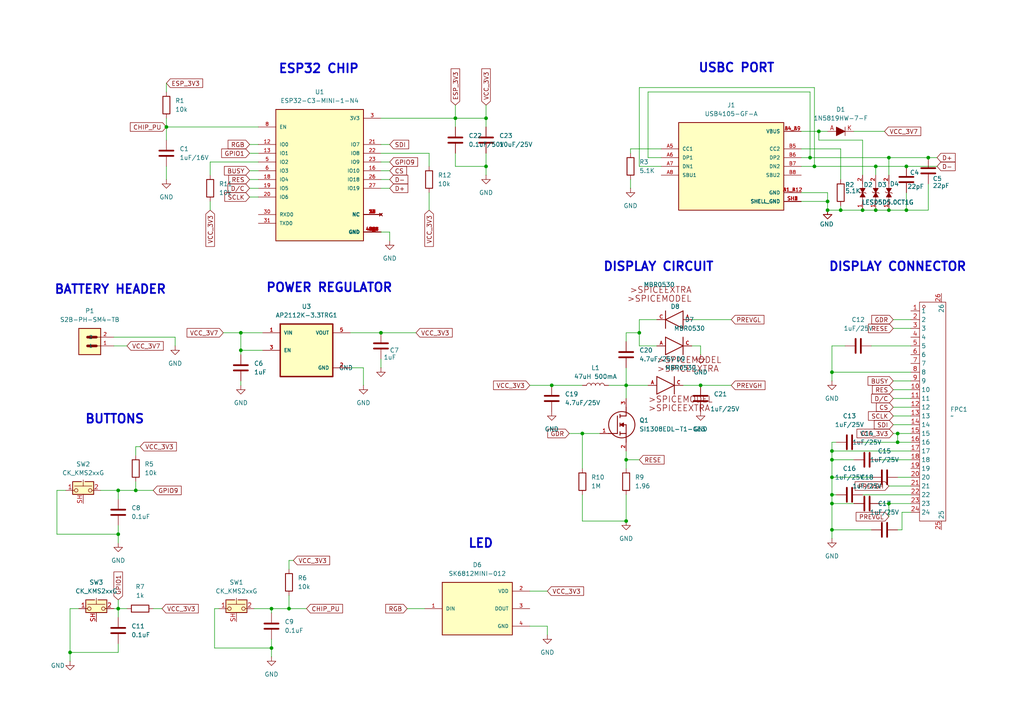
<source format=kicad_sch>
(kicad_sch (version 20250114) (generator "eeschema") (generator_version "9.0")
  (paper "A4")
  (lib_symbols
    (symbol "AP2112K-3.3TRG1:AP2112K-3.3TRG1" (pin_names (offset 1.016))
      (property "Reference" "U" (at -7.663 8.6476 0))
      (property "Value" "AP2112K-3.3TRG1" (at -7.6489 -11.6507 0))
      (symbol "AP2112K-3.3TRG1_0_0"
        (pin power_in line (at -12.7 5.08 0) (length 5.08) (name "VIN") (number "1"))
        (pin input line (at -12.7 0 0) (length 5.08) (name "EN") (number "3"))
        (pin power_in line (at 12.7 5.08 180) (length 5.08) (name "VOUT") (number "5"))
        (pin power_in line (at 12.7 -5.08 180) (length 5.08) (name "GND") (number "2"))
      )
    )
    (symbol "Device:C" (pin_numbers (hide yes)) (pin_names (offset 0.254))
      (property "Reference" "C" (at 0.635 2.54 0))
      (property "Value" "C" (at 0.635 -2.54 0))
      (symbol "C_1_1"
        (pin passive line (at 0 3.81 270) (length 2.794) (name "~") (number "1"))
        (pin passive line (at 0 -3.81 90) (length 2.794) (name "~") (number "2"))
      )
    )
    (symbol "Device:L" (pin_numbers (hide yes)) (pin_names (offset 1.016) (hide yes))
      (property "Reference" "L" (at -1.27 0 90))
      (property "Value" "L" (at 1.905 0 90))
      (symbol "L_1_1"
        (pin passive line (at 0 3.81 270) (length 1.27) (name "1") (number "1"))
        (pin passive line (at 0 -3.81 90) (length 1.27) (name "2") (number "2"))
      )
    )
    (symbol "Device:R" (pin_numbers (hide yes)) (pin_names (offset 0))
      (property "Reference" "R" (at 2.032 0 90))
      (property "Value" "R" (at 0 0 90))
      (symbol "R_1_1"
        (pin passive line (at 0 3.81 270) (length 1.27) (name "~") (number "1"))
        (pin passive line (at 0 -3.81 90) (length 1.27) (name "~") (number "2"))
      )
    )
    (symbol "ESP32-C3-MINI-1-N4:ESP32-C3-MINI-1-N4" (pin_names (offset 1.016))
      (property "Reference" "U" (at -12.7 18.796 0))
      (property "Value" "ESP32-C3-MINI-1-N4" (at -12.7 -22.86 0))
      (symbol "ESP32-C3-MINI-1-N4_0_0"
        (pin input line (at -17.78 12.7 0) (length 5.08) (name "EN") (number "8"))
        (pin bidirectional line (at -17.78 7.62 0) (length 5.08) (name "IO0") (number "12"))
        (pin bidirectional line (at -17.78 5.08 0) (length 5.08) (name "IO1") (number "13"))
        (pin bidirectional line (at -17.78 2.54 0) (length 5.08) (name "IO2") (number "5"))
        (pin bidirectional line (at -17.78 0 0) (length 5.08) (name "IO3") (number "6"))
        (pin bidirectional line (at -17.78 -2.54 0) (length 5.08) (name "IO4") (number "18"))
        (pin bidirectional line (at -17.78 -5.08 0) (length 5.08) (name "IO5") (number "19"))
        (pin bidirectional line (at -17.78 -7.62 0) (length 5.08) (name "IO6") (number "20"))
        (pin bidirectional line (at -17.78 -12.7 0) (length 5.08) (name "RXD0") (number "30"))
        (pin bidirectional line (at -17.78 -15.24 0) (length 5.08) (name "TXD0") (number "31"))
        (pin power_in line (at 17.78 15.24 180) (length 5.08) (name "3V3") (number "3"))
        (pin bidirectional line (at 17.78 7.62 180) (length 5.08) (name "IO7") (number "21"))
        (pin bidirectional line (at 17.78 5.08 180) (length 5.08) (name "IO8") (number "22"))
        (pin bidirectional line (at 17.78 2.54 180) (length 5.08) (name "IO9") (number "23"))
        (pin bidirectional line (at 17.78 0 180) (length 5.08) (name "IO10") (number "16"))
        (pin bidirectional line (at 17.78 -2.54 180) (length 5.08) (name "IO18") (number "26"))
        (pin bidirectional line (at 17.78 -5.08 180) (length 5.08) (name "IO19") (number "27"))
        (pin no_connect line (at 17.78 -12.7 180) (length 5.08) (name "NC") (number "10"))
        (pin no_connect line (at 17.78 -12.7 180) (length 5.08) (name "NC") (number "15"))
        (pin no_connect line (at 17.78 -12.7 180) (length 5.08) (name "NC") (number "17"))
        (pin no_connect line (at 17.78 -12.7 180) (length 5.08) (name "NC") (number "24"))
        (pin no_connect line (at 17.78 -12.7 180) (length 5.08) (name "NC") (number "25"))
        (pin no_connect line (at 17.78 -12.7 180) (length 5.08) (name "NC") (number "28"))
        (pin no_connect line (at 17.78 -12.7 180) (length 5.08) (name "NC") (number "29"))
        (pin no_connect line (at 17.78 -12.7 180) (length 5.08) (name "NC") (number "32"))
        (pin no_connect line (at 17.78 -12.7 180) (length 5.08) (name "NC") (number "33"))
        (pin no_connect line (at 17.78 -12.7 180) (length 5.08) (name "NC") (number "34"))
        (pin no_connect line (at 17.78 -12.7 180) (length 5.08) (name "NC") (number "35"))
        (pin no_connect line (at 17.78 -12.7 180) (length 5.08) (name "NC") (number "4"))
        (pin no_connect line (at 17.78 -12.7 180) (length 5.08) (name "NC") (number "7"))
        (pin no_connect line (at 17.78 -12.7 180) (length 5.08) (name "NC") (number "9"))
        (pin power_in line (at 17.78 -17.78 180) (length 5.08) (name "GND") (number "1"))
        (pin power_in line (at 17.78 -17.78 180) (length 5.08) (name "GND") (number "11"))
        (pin power_in line (at 17.78 -17.78 180) (length 5.08) (name "GND") (number "14"))
        (pin power_in line (at 17.78 -17.78 180) (length 5.08) (name "GND") (number "2"))
        (pin power_in line (at 17.78 -17.78 180) (length 5.08) (name "GND") (number "36"))
        (pin power_in line (at 17.78 -17.78 180) (length 5.08) (name "GND") (number "37"))
        (pin power_in line (at 17.78 -17.78 180) (length 5.08) (name "GND") (number "38"))
        (pin power_in line (at 17.78 -17.78 180) (length 5.08) (name "GND") (number "39"))
        (pin power_in line (at 17.78 -17.78 180) (length 5.08) (name "GND") (number "40"))
        (pin power_in line (at 17.78 -17.78 180) (length 5.08) (name "GND") (number "41"))
        (pin power_in line (at 17.78 -17.78 180) (length 5.08) (name "GND") (number "42"))
        (pin power_in line (at 17.78 -17.78 180) (length 5.08) (name "GND") (number "43"))
        (pin power_in line (at 17.78 -17.78 180) (length 5.08) (name "GND") (number "44"))
        (pin power_in line (at 17.78 -17.78 180) (length 5.08) (name "GND") (number "45"))
        (pin power_in line (at 17.78 -17.78 180) (length 5.08) (name "GND") (number "46"))
        (pin power_in line (at 17.78 -17.78 180) (length 5.08) (name "GND") (number "47"))
        (pin power_in line (at 17.78 -17.78 180) (length 5.08) (name "GND") (number "48"))
        (pin power_in line (at 17.78 -17.78 180) (length 5.08) (name "GND") (number "49_1"))
        (pin power_in line (at 17.78 -17.78 180) (length 5.08) (name "GND") (number "49_2"))
        (pin power_in line (at 17.78 -17.78 180) (length 5.08) (name "GND") (number "49_3"))
        (pin power_in line (at 17.78 -17.78 180) (length 5.08) (name "GND") (number "49_4"))
        (pin power_in line (at 17.78 -17.78 180) (length 5.08) (name "GND") (number "49_5"))
        (pin power_in line (at 17.78 -17.78 180) (length 5.08) (name "GND") (number "49_6"))
        (pin power_in line (at 17.78 -17.78 180) (length 5.08) (name "GND") (number "49_7"))
        (pin power_in line (at 17.78 -17.78 180) (length 5.08) (name "GND") (number "49_8"))
        (pin power_in line (at 17.78 -17.78 180) (length 5.08) (name "GND") (number "49_9"))
        (pin power_in line (at 17.78 -17.78 180) (length 5.08) (name "GND") (number "50"))
        (pin power_in line (at 17.78 -17.78 180) (length 5.08) (name "GND") (number "51"))
        (pin power_in line (at 17.78 -17.78 180) (length 5.08) (name "GND") (number "52"))
        (pin power_in line (at 17.78 -17.78 180) (length 5.08) (name "GND") (number "53"))
      )
    )
    (symbol "LESD5D5.0CT1G:LESD5D5.0CT1G" (pin_names (offset 1.016))
      (property "Reference" "D" (at -5.08 2.54 0))
      (property "Value" "LESD5D5.0CT1G" (at -5.08 -5.08 0))
      (symbol "LESD5D5.0CT1G_0_0"
        (pin passive line (at -5.08 0 0) (length 2.54) (name "~") (number "1"))
        (pin passive line (at 5.08 0 180) (length 2.54) (name "~") (number "2"))
      )
    )
    (symbol "MBR0530:MBR0530" (pin_names (offset 1.016))
      (property "Reference" "D" (at -5.08 3.81 0))
      (property "Value" "MBR0530" (at -5.08 -10.16 0))
      (symbol "MBR0530_0_0"
        (text ">SPICEMODEL" (at -5.08 -5.08 0) (effects (font (size 1.778 1.778)) (justify left bottom)))
        (text ">SPICEEXTRA" (at -5.08 -7.62 0) (effects (font (size 1.778 1.778)) (justify left bottom)))
        (pin passive line (at -5.08 0 0) (length 2.54) (name "~") (number "A"))
        (pin passive line (at 5.08 0 180) (length 2.54) (name "~") (number "C"))
      )
    )
    (symbol "ProLib_pcs_2025-07-06:FPC-05F-24PH20"
      (property "Reference" "FPC" (at 0 0 0))
      (symbol "FPC-05F-24PH20_1_0"
        (pin input line (at -5.08 29.21 0) (length 2.54) (name "1") (number "1"))
        (pin input line (at -5.08 26.67 0) (length 2.54) (name "2") (number "2"))
        (pin input line (at -5.08 24.13 0) (length 2.54) (name "3") (number "3"))
        (pin input line (at -5.08 21.59 0) (length 2.54) (name "4") (number "4"))
        (pin input line (at -5.08 19.05 0) (length 2.54) (name "5") (number "5"))
        (pin input line (at -5.08 16.51 0) (length 2.54) (name "6") (number "6"))
        (pin input line (at -5.08 13.97 0) (length 2.54) (name "7") (number "7"))
        (pin input line (at -5.08 11.43 0) (length 2.54) (name "8") (number "8"))
        (pin input line (at -5.08 8.89 0) (length 2.54) (name "9") (number "9"))
        (pin input line (at -5.08 6.35 0) (length 2.54) (name "10") (number "10"))
        (pin input line (at -5.08 3.81 0) (length 2.54) (name "11") (number "11"))
        (pin input line (at -5.08 1.27 0) (length 2.54) (name "12") (number "12"))
        (pin input line (at -5.08 -1.27 0) (length 2.54) (name "13") (number "13"))
        (pin input line (at -5.08 -3.81 0) (length 2.54) (name "14") (number "14"))
        (pin input line (at -5.08 -6.35 0) (length 2.54) (name "15") (number "15"))
        (pin input line (at -5.08 -8.89 0) (length 2.54) (name "16") (number "16"))
        (pin input line (at -5.08 -11.43 0) (length 2.54) (name "17") (number "17"))
        (pin input line (at -5.08 -13.97 0) (length 2.54) (name "18") (number "18"))
        (pin input line (at -5.08 -16.51 0) (length 2.54) (name "19") (number "19"))
        (pin input line (at -5.08 -19.05 0) (length 2.54) (name "20") (number "20"))
        (pin input line (at -5.08 -21.59 0) (length 2.54) (name "21") (number "21"))
        (pin input line (at -5.08 -24.13 0) (length 2.54) (name "22") (number "22"))
        (pin input line (at -5.08 -26.67 0) (length 2.54) (name "23") (number "23"))
        (pin input line (at -5.08 -29.21 0) (length 2.54) (name "24") (number "24"))
        (pin input line (at 3.81 34.29 270) (length 2.54) (name "26") (number "26"))
        (pin input line (at 3.81 -34.29 90) (length 2.54) (name "25") (number "25"))
      )
    )
    (symbol "S2B-PH-SM4-TB:S2B-PH-SM4-TB" (pin_names (offset 1.016))
      (property "Reference" "P" (at -1.2718 3.8155 0))
      (property "Value" "S2B-PH-SM4-TB" (at -1.271 -5.0839 0))
      (symbol "S2B-PH-SM4-TB_0_0"
        (pin passive line (at -5.08 1.27 0) (length 5.08) (name "1") (number "1"))
        (pin passive line (at -5.08 -1.27 0) (length 5.08) (name "2") (number "2"))
      )
    )
    (symbol "SI1308EDL-T1-GE3:SI1308EDL-T1-GE3" (pin_names (offset 1.016))
      (property "Reference" "Q" (at 11.43 3.81 0))
      (property "Value" "SI1308EDL-T1-GE3" (at 11.43 1.27 0))
      (symbol "SI1308EDL-T1-GE3_0_0"
        (pin bidirectional line (at 0 0 0) (length 2.54) (name "~") (number "1"))
        (pin bidirectional line (at 7.62 10.16 270) (length 2.54) (name "~") (number "3"))
        (pin bidirectional line (at 7.62 -5.08 90) (length 2.54) (name "~") (number "2"))
      )
    )
    (symbol "SK6812MINI-012:SK6812MINI-012" (pin_names (offset 1.016))
      (property "Reference" "D" (at -10.16 8.89 0))
      (property "Value" "SK6812MINI-012" (at -10.16 -10.16 0))
      (symbol "SK6812MINI-012_0_0"
        (pin input line (at -15.24 0 0) (length 5.08) (name "DIN") (number "1"))
        (pin power_in line (at 15.24 5.08 180) (length 5.08) (name "VDD") (number "2"))
        (pin output line (at 15.24 0 180) (length 5.08) (name "DOUT") (number "3"))
        (pin power_in line (at 15.24 -5.08 180) (length 5.08) (name "GND") (number "4"))
      )
    )
    (symbol "Switch:CK_KMS2xxG" (pin_names (offset 1.016) (hide yes))
      (property "Reference" "SW" (at 4.318 2.032 0))
      (property "Value" "CK_KMS2xxG" (at 0 4.572 0))
      (symbol "CK_KMS2xxG_0_1"
        (pin passive line (at -5.08 0 0) (length 2.54) (name "1") (number "1"))
        (pin passive line (at 5.08 0 180) (length 2.54) (name "2") (number "2"))
      )
      (symbol "CK_KMS2xxG_1_1"
        (pin passive line (at 0 -3.81 90) (length 2.54) (name "B") (number "SH"))
      )
    )
    (symbol "USB4105-GF-A:USB4105-GF-A" (pin_names (offset 1.016))
      (property "Reference" "J" (at -15.24 13.97 0))
      (property "Value" "USB4105-GF-A" (at -15.24 -15.24 0))
      (symbol "USB4105-GF-A_0_0"
        (pin bidirectional line (at -20.32 5.08 0) (length 5.08) (name "CC1") (number "A5"))
        (pin bidirectional line (at -20.32 2.54 0) (length 5.08) (name "DP1") (number "A6"))
        (pin bidirectional line (at -20.32 0 0) (length 5.08) (name "DN1") (number "A7"))
        (pin bidirectional line (at -20.32 -2.54 0) (length 5.08) (name "SBU1") (number "A8"))
        (pin power_in line (at 20.32 10.16 180) (length 5.08) (name "VBUS") (number "A4_B9"))
        (pin power_in line (at 20.32 10.16 180) (length 5.08) (name "VBUS") (number "B4_A9"))
        (pin bidirectional line (at 20.32 5.08 180) (length 5.08) (name "CC2") (number "B5"))
        (pin bidirectional line (at 20.32 2.54 180) (length 5.08) (name "DP2") (number "B6"))
        (pin bidirectional line (at 20.32 0 180) (length 5.08) (name "DN2") (number "B7"))
        (pin bidirectional line (at 20.32 -2.54 180) (length 5.08) (name "SBU2") (number "B8"))
        (pin power_in line (at 20.32 -7.62 180) (length 5.08) (name "GND") (number "A1_B12"))
        (pin power_in line (at 20.32 -7.62 180) (length 5.08) (name "GND") (number "B1_A12"))
        (pin power_in line (at 20.32 -10.16 180) (length 5.08) (name "SHELL_GND") (number "SH1"))
        (pin power_in line (at 20.32 -10.16 180) (length 5.08) (name "SHELL_GND") (number "SH2"))
        (pin power_in line (at 20.32 -10.16 180) (length 5.08) (name "SHELL_GND") (number "SH3"))
        (pin power_in line (at 20.32 -10.16 180) (length 5.08) (name "SHELL_GND") (number "SH4"))
      )
    )
    (symbol "dk_Diodes-Rectifiers-Single:1N5819HW-7-F" (pin_names (offset 1.016))
      (property "Reference" "D" (at 0 3.81 0))
      (property "Value" "1N5819HW-7-F" (at 1.27 -2.54 0))
      (symbol "1N5819HW-7-F_1_1"
        (pin passive line (at -2.54 0 0) (length 2.54) (name "~") (number "K"))
        (pin passive line (at 5.08 0 180) (length 2.54) (name "~") (number "A"))
      )
    )
    (symbol "power:GND" (power) (pin_numbers (hide yes)) (pin_names (offset 0) (hide yes))
      (property "Value" "GND" (at 0 -3.81 0))
      (symbol "GND_1_1"
        (pin power_in line (at 0 0 270) (length 0) (name "~") (number "1"))
      )
    )
  )
  (rectangle (start 274.32 48.26) (end 274.32 48.26))
  (text "LED\n" (at 139.446 157.734 0) (effects (font (size 2.54 2.54) (thickness 0.508) (bold yes))))
  (text "BUTTONS\n" (at 33.274 121.666 0) (effects (font (size 2.54 2.54) (thickness 0.508) (bold yes))))
  (text "DISPLAY CONNECTOR\n" (at 260.35 77.47 0) (effects (font (size 2.54 2.54) (thickness 0.508) (bold yes))))
  (text "ESP32 CHIP" (at 92.456 20.066 0) (effects (font (size 2.54 2.54) (thickness 0.508) (bold yes))))
  (text "DISPLAY CIRCUIT\n" (at 191.008 77.47 0) (effects (font (size 2.54 2.54) (thickness 0.508) (bold yes))))
  (text "POWER REGULATOR\n" (at 95.504 83.566 0) (effects (font (size 2.54 2.54) (thickness 0.508) (bold yes))))
  (text "BATTERY HEADER\n" (at 32.004 84.074 0) (effects (font (size 2.54 2.54) (thickness 0.508) (bold yes))))
  (text "USBC PORT\n" (at 213.614 19.812 0) (effects (font (size 2.54 2.54) (thickness 0.508) (bold yes))))
  (junction (at 203.2 111.76))
  (junction (at 250.19 60.96))
  (junction (at 257.81 146.05))
  (junction (at 262.89 48.26))
  (junction (at 181.61 133.35))
  (junction (at 83.82 176.53))
  (junction (at 69.85 101.6))
  (junction (at 241.3 153.67))
  (junction (at 260.35 128.27))
  (junction (at 241.3 107.95))
  (junction (at 160.02 111.76))
  (junction (at 237.49 38.1))
  (junction (at 140.97 34.29))
  (junction (at 254 48.26))
  (junction (at 241.3 146.05))
  (junction (at 78.74 176.53))
  (junction (at 20.32 189.23))
  (junction (at 110.49 96.52))
  (junction (at 260.35 125.73))
  (junction (at 262.89 60.96))
  (junction (at 78.74 187.96))
  (junction (at 168.91 125.73))
  (junction (at 39.37 142.24))
  (junction (at 34.29 154.94))
  (junction (at 269.24 45.72))
  (junction (at 181.61 111.76))
  (junction (at 140.97 48.26))
  (junction (at 254 60.96))
  (junction (at 185.42 96.52))
  (junction (at 234.95 45.72))
  (junction (at 241.3 130.81))
  (junction (at 48.26 36.83))
  (junction (at 34.29 176.53))
  (junction (at 236.22 48.26))
  (junction (at 240.03 60.96))
  (junction (at 69.85 96.52))
  (junction (at 132.08 34.29))
  (junction (at 34.29 142.24))
  (junction (at 241.3 138.43))
  (junction (at 243.84 60.96))
  (junction (at 241.3 133.35))
  (junction (at 240.03 58.42))
  (junction (at 257.81 45.72))
  (junction (at 257.81 60.96))
  (junction (at 241.3 143.51))
  (junction (at 181.61 151.13))
  (wire (pts (xy 34.29 176.53) (xy 34.29 179.07)))
  (wire (pts (xy 140.97 30.48) (xy 140.97 34.29)))
  (wire (pts (xy 78.74 176.53) (xy 78.74 177.8)))
  (wire (pts (xy 83.82 176.53) (xy 88.9 176.53)))
  (wire (pts (xy 69.85 110.49) (xy 69.85 111.76)))
  (wire (pts (xy 181.61 106.68) (xy 181.61 111.76)))
  (wire (pts (xy 254 48.26) (xy 254 50.8)))
  (wire (pts (xy 83.82 162.56) (xy 85.09 162.56)))
  (wire (pts (xy 250.19 60.96) (xy 243.84 60.96)))
  (wire (pts (xy 241.3 153.67) (xy 241.3 156.21)))
  (wire (pts (xy 165.1 125.73) (xy 168.91 125.73)))
  (wire (pts (xy 232.41 45.72) (xy 234.95 45.72)))
  (wire (pts (xy 132.08 48.26) (xy 140.97 48.26)))
  (wire (pts (xy 257.81 45.72) (xy 257.81 50.8)))
  (wire (pts (xy 236.22 25.4) (xy 185.42 25.4)))
  (wire (pts (xy 78.74 187.96) (xy 78.74 190.5)))
  (wire (pts (xy 241.3 146.05) (xy 241.3 143.51)))
  (wire (pts (xy 34.29 186.69) (xy 34.29 189.23)))
  (wire (pts (xy 153.67 111.76) (xy 160.02 111.76)))
  (wire (pts (xy 257.81 146.05) (xy 257.81 149.86)))
  (wire (pts (xy 234.95 45.72) (xy 257.81 45.72)))
  (wire (pts (xy 203.2 111.76) (xy 212.09 111.76)))
  (wire (pts (xy 181.61 133.35) (xy 185.42 133.35)))
  (wire (pts (xy 237.49 38.1) (xy 237.49 40.64)))
  (wire (pts (xy 34.29 176.53) (xy 36.83 176.53)))
  (wire (pts (xy 260.35 128.27) (xy 260.35 125.73)))
  (wire (pts (xy 39.37 142.24) (xy 39.37 139.7)))
  (wire (pts (xy 252.73 138.43) (xy 241.3 138.43)))
  (wire (pts (xy 259.08 120.65) (xy 264.16 120.65)))
  (wire (pts (xy 132.08 34.29) (xy 132.08 36.83)))
  (wire (pts (xy 160.02 111.76) (xy 168.91 111.76)))
  (wire (pts (xy 255.27 133.35) (xy 264.16 133.35)))
  (wire (pts (xy 181.61 115.57) (xy 181.61 111.76)))
  (wire (pts (xy 247.65 133.35) (xy 241.3 133.35)))
  (wire (pts (xy 20.32 189.23) (xy 34.29 189.23)))
  (wire (pts (xy 34.29 142.24) (xy 34.29 144.78)))
  (wire (pts (xy 140.97 34.29) (xy 140.97 36.83)))
  (wire (pts (xy 110.49 46.99) (xy 113.03 46.99)))
  (wire (pts (xy 48.26 24.13) (xy 48.26 26.67)))
  (wire (pts (xy 34.29 142.24) (xy 39.37 142.24)))
  (wire (pts (xy 60.96 46.99) (xy 60.96 50.8)))
  (wire (pts (xy 20.32 189.23) (xy 20.32 191.77)))
  (wire (pts (xy 254 48.26) (xy 262.89 48.26)))
  (wire (pts (xy 259.08 95.25) (xy 264.16 95.25)))
  (wire (pts (xy 44.45 176.53) (xy 46.99 176.53)))
  (wire (pts (xy 191.77 45.72) (xy 187.96 45.72)))
  (wire (pts (xy 73.66 176.53) (xy 78.74 176.53)))
  (wire (pts (xy 241.3 146.05) (xy 241.3 153.67)))
  (wire (pts (xy 240.03 60.96) (xy 243.84 60.96)))
  (wire (pts (xy 232.41 48.26) (xy 236.22 48.26)))
  (wire (pts (xy 250.19 60.96) (xy 254 60.96)))
  (wire (pts (xy 110.49 67.31) (xy 113.03 67.31)))
  (wire (pts (xy 105.41 106.68) (xy 105.41 111.76)))
  (wire (pts (xy 252.73 100.33) (xy 264.16 100.33)))
  (wire (pts (xy 262.89 60.96) (xy 269.24 60.96)))
  (wire (pts (xy 187.96 45.72) (xy 187.96 26.67)))
  (wire (pts (xy 198.12 111.76) (xy 203.2 111.76)))
  (wire (pts (xy 64.77 96.52) (xy 69.85 96.52)))
  (wire (pts (xy 259.08 92.71) (xy 264.16 92.71)))
  (wire (pts (xy 20.32 176.53) (xy 20.32 189.23)))
  (wire (pts (xy 260.35 153.67) (xy 261.62 153.67)))
  (wire (pts (xy 241.3 133.35) (xy 241.3 130.81)))
  (wire (pts (xy 182.88 43.18) (xy 182.88 44.45)))
  (wire (pts (xy 48.26 34.29) (xy 48.26 36.83)))
  (wire (pts (xy 110.49 96.52) (xy 120.65 96.52)))
  (wire (pts (xy 72.39 41.91) (xy 74.93 41.91)))
  (wire (pts (xy 34.29 154.94) (xy 34.29 152.4)))
  (wire (pts (xy 50.8 97.79) (xy 50.8 100.33)))
  (wire (pts (xy 140.97 48.26) (xy 140.97 44.45)))
  (wire (pts (xy 257.81 140.97) (xy 264.16 140.97)))
  (wire (pts (xy 203.2 100.33) (xy 203.2 102.87)))
  (wire (pts (xy 168.91 125.73) (xy 173.99 125.73)))
  (wire (pts (xy 185.42 92.71) (xy 190.5 92.71)))
  (wire (pts (xy 132.08 34.29) (xy 140.97 34.29)))
  (wire (pts (xy 250.19 128.27) (xy 260.35 128.27)))
  (wire (pts (xy 182.88 52.07) (xy 182.88 54.61)))
  (wire (pts (xy 185.42 96.52) (xy 185.42 100.33)))
  (wire (pts (xy 242.57 143.51) (xy 241.3 143.51)))
  (wire (pts (xy 39.37 129.54) (xy 40.64 129.54)))
  (wire (pts (xy 62.23 187.96) (xy 62.23 176.53)))
  (wire (pts (xy 83.82 176.53) (xy 83.82 172.72)))
  (wire (pts (xy 185.42 48.26) (xy 191.77 48.26)))
  (wire (pts (xy 69.85 101.6) (xy 69.85 96.52)))
  (wire (pts (xy 245.11 100.33) (xy 241.3 100.33)))
  (wire (pts (xy 185.42 100.33) (xy 190.5 100.33)))
  (wire (pts (xy 48.26 36.83) (xy 74.93 36.83)))
  (wire (pts (xy 269.24 45.72) (xy 271.78 45.72)))
  (wire (pts (xy 83.82 165.1) (xy 83.82 162.56)))
  (wire (pts (xy 250.19 40.64) (xy 250.19 50.8)))
  (wire (pts (xy 168.91 135.89) (xy 168.91 125.73)))
  (wire (pts (xy 241.3 107.95) (xy 264.16 107.95)))
  (wire (pts (xy 232.41 43.18) (xy 243.84 43.18)))
  (wire (pts (xy 153.67 171.45) (xy 158.75 171.45)))
  (wire (pts (xy 16.51 142.24) (xy 16.51 154.94)))
  (wire (pts (xy 260.35 138.43) (xy 264.16 138.43)))
  (wire (pts (xy 232.41 38.1) (xy 237.49 38.1)))
  (wire (pts (xy 16.51 142.24) (xy 19.05 142.24)))
  (wire (pts (xy 34.29 154.94) (xy 34.29 157.48)))
  (wire (pts (xy 153.67 181.61) (xy 158.75 181.61)))
  (wire (pts (xy 140.97 48.26) (xy 140.97 50.8)))
  (wire (pts (xy 241.3 107.95) (xy 241.3 110.49)))
  (wire (pts (xy 132.08 30.48) (xy 132.08 34.29)))
  (wire (pts (xy 240.03 60.96) (xy 240.03 58.42)))
  (wire (pts (xy 261.62 153.67) (xy 261.62 148.59)))
  (wire (pts (xy 110.49 49.53) (xy 113.03 49.53)))
  (wire (pts (xy 232.41 58.42) (xy 240.03 58.42)))
  (wire (pts (xy 259.08 110.49) (xy 264.16 110.49)))
  (wire (pts (xy 110.49 44.45) (xy 124.46 44.45)))
  (wire (pts (xy 241.3 100.33) (xy 241.3 107.95)))
  (wire (pts (xy 39.37 132.08) (xy 39.37 129.54)))
  (wire (pts (xy 241.3 143.51) (xy 241.3 138.43)))
  (wire (pts (xy 29.21 142.24) (xy 34.29 142.24)))
  (wire (pts (xy 72.39 49.53) (xy 74.93 49.53)))
  (wire (pts (xy 250.19 143.51) (xy 264.16 143.51)))
  (wire (pts (xy 236.22 48.26) (xy 254 48.26)))
  (wire (pts (xy 234.95 26.67) (xy 234.95 45.72)))
  (wire (pts (xy 237.49 40.64) (xy 250.19 40.64)))
  (wire (pts (xy 262.89 60.96) (xy 257.81 60.96)))
  (wire (pts (xy 262.89 48.26) (xy 271.78 48.26)))
  (wire (pts (xy 259.08 123.19) (xy 264.16 123.19)))
  (wire (pts (xy 33.02 100.33) (xy 36.83 100.33)))
  (wire (pts (xy 62.23 187.96) (xy 78.74 187.96)))
  (wire (pts (xy 176.53 111.76) (xy 181.61 111.76)))
  (wire (pts (xy 264.16 128.27) (xy 260.35 128.27)))
  (wire (pts (xy 185.42 96.52) (xy 185.42 92.71)))
  (wire (pts (xy 254 60.96) (xy 257.81 60.96)))
  (wire (pts (xy 241.3 130.81) (xy 264.16 130.81)))
  (wire (pts (xy 101.6 106.68) (xy 105.41 106.68)))
  (wire (pts (xy 259.08 125.73) (xy 260.35 125.73)))
  (wire (pts (xy 257.81 45.72) (xy 269.24 45.72)))
  (wire (pts (xy 124.46 48.26) (xy 124.46 44.45)))
  (wire (pts (xy 181.61 111.76) (xy 187.96 111.76)))
  (wire (pts (xy 72.39 54.61) (xy 74.93 54.61)))
  (wire (pts (xy 242.57 128.27) (xy 241.3 128.27)))
  (wire (pts (xy 241.3 128.27) (xy 241.3 130.81)))
  (wire (pts (xy 22.86 176.53) (xy 20.32 176.53)))
  (wire (pts (xy 168.91 143.51) (xy 168.91 151.13)))
  (wire (pts (xy 259.08 113.03) (xy 264.16 113.03)))
  (wire (pts (xy 72.39 52.07) (xy 74.93 52.07)))
  (wire (pts (xy 181.61 133.35) (xy 181.61 135.89)))
  (wire (pts (xy 72.39 57.15) (xy 74.93 57.15)))
  (wire (pts (xy 259.08 118.11) (xy 264.16 118.11)))
  (wire (pts (xy 200.66 100.33) (xy 203.2 100.33)))
  (wire (pts (xy 181.61 99.06) (xy 181.61 96.52)))
  (wire (pts (xy 78.74 176.53) (xy 83.82 176.53)))
  (wire (pts (xy 191.77 43.18) (xy 182.88 43.18)))
  (wire (pts (xy 39.37 142.24) (xy 44.45 142.24)))
  (wire (pts (xy 243.84 43.18) (xy 243.84 52.07)))
  (wire (pts (xy 113.03 67.31) (xy 113.03 69.85)))
  (wire (pts (xy 60.96 46.99) (xy 74.93 46.99)))
  (wire (pts (xy 34.29 173.99) (xy 34.29 176.53)))
  (wire (pts (xy 110.49 104.14) (xy 110.49 106.68)))
  (wire (pts (xy 110.49 41.91) (xy 113.03 41.91)))
  (wire (pts (xy 78.74 187.96) (xy 78.74 185.42)))
  (wire (pts (xy 237.49 38.1) (xy 240.03 38.1)))
  (wire (pts (xy 181.61 96.52) (xy 185.42 96.52)))
  (wire (pts (xy 158.75 181.61) (xy 158.75 184.15)))
  (wire (pts (xy 181.61 130.81) (xy 181.61 133.35)))
  (wire (pts (xy 185.42 25.4) (xy 185.42 48.26)))
  (wire (pts (xy 48.26 36.83) (xy 48.26 40.64)))
  (wire (pts (xy 259.08 115.57) (xy 264.16 115.57)))
  (wire (pts (xy 247.65 146.05) (xy 241.3 146.05)))
  (wire (pts (xy 252.73 153.67) (xy 241.3 153.67)))
  (wire (pts (xy 260.35 125.73) (xy 264.16 125.73)))
  (wire (pts (xy 16.51 154.94) (xy 34.29 154.94)))
  (wire (pts (xy 33.02 97.79) (xy 50.8 97.79)))
  (wire (pts (xy 132.08 44.45) (xy 132.08 48.26)))
  (wire (pts (xy 62.23 176.53) (xy 63.5 176.53)))
  (wire (pts (xy 269.24 60.96) (xy 269.24 53.34)))
  (wire (pts (xy 69.85 96.52) (xy 76.2 96.52)))
  (wire (pts (xy 69.85 101.6) (xy 76.2 101.6)))
  (wire (pts (xy 60.96 58.42) (xy 60.96 60.96)))
  (wire (pts (xy 241.3 138.43) (xy 241.3 133.35)))
  (wire (pts (xy 48.26 48.26) (xy 48.26 52.07)))
  (wire (pts (xy 181.61 151.13) (xy 181.61 143.51)))
  (wire (pts (xy 232.41 55.88) (xy 240.03 55.88)))
  (wire (pts (xy 69.85 101.6) (xy 69.85 102.87)))
  (wire (pts (xy 247.65 38.1) (xy 256.54 38.1)))
  (wire (pts (xy 262.89 55.88) (xy 262.89 60.96)))
  (wire (pts (xy 200.66 92.71) (xy 212.09 92.71)))
  (wire (pts (xy 261.62 148.59) (xy 264.16 148.59)))
  (wire (pts (xy 118.11 176.53) (xy 123.19 176.53)))
  (wire (pts (xy 255.27 146.05) (xy 257.81 146.05)))
  (wire (pts (xy 72.39 44.45) (xy 74.93 44.45)))
  (wire (pts (xy 168.91 151.13) (xy 181.61 151.13)))
  (wire (pts (xy 124.46 55.88) (xy 124.46 60.96)))
  (wire (pts (xy 33.02 176.53) (xy 34.29 176.53)))
  (wire (pts (xy 187.96 26.67) (xy 234.95 26.67)))
  (wire (pts (xy 110.49 52.07) (xy 113.03 52.07)))
  (wire (pts (xy 243.84 60.96) (xy 243.84 59.69)))
  (wire (pts (xy 110.49 34.29) (xy 132.08 34.29)))
  (wire (pts (xy 240.03 55.88) (xy 240.03 58.42)))
  (wire (pts (xy 101.6 96.52) (xy 110.49 96.52)))
  (wire (pts (xy 110.49 54.61) (xy 113.03 54.61)))
  (wire (pts (xy 236.22 48.26) (xy 236.22 25.4)))
  (wire (pts (xy 257.81 146.05) (xy 264.16 146.05)))
  (global_label "VCC_3V3" (shape input) (at 85.09 162.56 0) (property "Intersheetrefs" "${INTERSHEET_REFS}" (effects (hide yes))))
  (global_label "VCC_3V3" (shape input) (at 259.08 125.73 180) (property "Intersheetrefs" "${INTERSHEET_REFS}" (effects (hide yes))))
  (global_label "VCC_3V3" (shape input) (at 153.67 111.76 180) (property "Intersheetrefs" "${INTERSHEET_REFS}" (effects (hide yes))))
  (global_label "VCC_3V3" (shape input) (at 120.65 96.52 0) (property "Intersheetrefs" "${INTERSHEET_REFS}" (effects (hide yes))))
  (global_label "SDI" (shape input) (at 113.03 41.91 0) (property "Intersheetrefs" "${INTERSHEET_REFS}" (effects (hide yes))))
  (global_label "PREVGH" (shape input) (at 212.09 111.76 0) (property "Intersheetrefs" "${INTERSHEET_REFS}" (effects (hide yes))))
  (global_label "BUSY" (shape input) (at 72.39 49.53 180) (property "Intersheetrefs" "${INTERSHEET_REFS}" (effects (hide yes))))
  (global_label "RESE" (shape input) (at 259.08 95.25 180) (property "Intersheetrefs" "${INTERSHEET_REFS}" (effects (hide yes))))
  (global_label "RES" (shape input) (at 259.08 113.03 180) (property "Intersheetrefs" "${INTERSHEET_REFS}" (effects (hide yes))))
  (global_label "VCC_3V7" (shape input) (at 64.77 96.52 180) (property "Intersheetrefs" "${INTERSHEET_REFS}" (effects (hide yes))))
  (global_label "VCC_3V3" (shape input) (at 140.97 30.48 90) (property "Intersheetrefs" "${INTERSHEET_REFS}" (effects (hide yes))))
  (global_label "VCC_3V3" (shape input) (at 40.64 129.54 0) (property "Intersheetrefs" "${INTERSHEET_REFS}" (effects (hide yes))))
  (global_label "PREVGH" (shape input) (at 257.81 140.97 180) (property "Intersheetrefs" "${INTERSHEET_REFS}" (effects (hide yes))))
  (global_label "VCC_3V7" (shape input) (at 36.83 100.33 0) (property "Intersheetrefs" "${INTERSHEET_REFS}" (effects (hide yes))))
  (global_label "D+" (shape input) (at 271.78 45.72 0) (property "Intersheetrefs" "${INTERSHEET_REFS}" (effects (hide yes))))
  (global_label "SDI" (shape input) (at 259.08 123.19 180) (property "Intersheetrefs" "${INTERSHEET_REFS}" (effects (hide yes))))
  (global_label "RGB" (shape input) (at 118.11 176.53 180) (property "Intersheetrefs" "${INTERSHEET_REFS}" (effects (hide yes))))
  (global_label "VCC_3V3" (shape input) (at 46.99 176.53 0) (property "Intersheetrefs" "${INTERSHEET_REFS}" (effects (hide yes))))
  (global_label "ESP_3V3" (shape input) (at 132.08 30.48 90) (property "Intersheetrefs" "${INTERSHEET_REFS}" (effects (hide yes))))
  (global_label "CHIP_PU" (shape input) (at 88.9 176.53 0) (property "Intersheetrefs" "${INTERSHEET_REFS}" (effects (hide yes))))
  (global_label "CS" (shape input) (at 113.03 49.53 0) (property "Intersheetrefs" "${INTERSHEET_REFS}" (effects (hide yes))))
  (global_label "SCLK" (shape input) (at 72.39 57.15 180) (property "Intersheetrefs" "${INTERSHEET_REFS}" (effects (hide yes))))
  (global_label "VCC_3V3" (shape input) (at 60.96 60.96 270) (property "Intersheetrefs" "${INTERSHEET_REFS}" (effects (hide yes))))
  (global_label "RESE" (shape input) (at 185.42 133.35 0) (property "Intersheetrefs" "${INTERSHEET_REFS}" (effects (hide yes))))
  (global_label "GPIO1" (shape input) (at 72.39 44.45 180) (property "Intersheetrefs" "${INTERSHEET_REFS}" (effects (hide yes))))
  (global_label "RGB" (shape input) (at 72.39 41.91 180) (property "Intersheetrefs" "${INTERSHEET_REFS}" (effects (hide yes))))
  (global_label "GPIO1" (shape input) (at 34.29 173.99 90) (property "Intersheetrefs" "${INTERSHEET_REFS}" (effects (hide yes))))
  (global_label "GDR" (shape input) (at 259.08 92.71 180) (property "Intersheetrefs" "${INTERSHEET_REFS}" (effects (hide yes))))
  (global_label "VCC_3V7" (shape input) (at 256.54 38.1 0) (property "Intersheetrefs" "${INTERSHEET_REFS}" (effects (hide yes))))
  (global_label "BUSY" (shape input) (at 259.08 110.49 180) (property "Intersheetrefs" "${INTERSHEET_REFS}" (effects (hide yes))))
  (global_label "ESP_3V3" (shape input) (at 48.26 24.13 0) (property "Intersheetrefs" "${INTERSHEET_REFS}" (effects (hide yes))))
  (global_label "D-" (shape input) (at 113.03 52.07 0) (property "Intersheetrefs" "${INTERSHEET_REFS}" (effects (hide yes))))
  (global_label "D{slash}C" (shape input) (at 72.39 54.61 180) (property "Intersheetrefs" "${INTERSHEET_REFS}" (effects (hide yes))))
  (global_label "PREVGL" (shape input) (at 257.81 149.86 180) (property "Intersheetrefs" "${INTERSHEET_REFS}" (effects (hide yes))))
  (global_label "GDR" (shape input) (at 165.1 125.73 180) (property "Intersheetrefs" "${INTERSHEET_REFS}" (effects (hide yes))))
  (global_label "RES" (shape input) (at 72.39 52.07 180) (property "Intersheetrefs" "${INTERSHEET_REFS}" (effects (hide yes))))
  (global_label "CS" (shape input) (at 259.08 118.11 180) (property "Intersheetrefs" "${INTERSHEET_REFS}" (effects (hide yes))))
  (global_label "VCC_3V3" (shape input) (at 124.46 60.96 270) (property "Intersheetrefs" "${INTERSHEET_REFS}" (effects (hide yes))))
  (global_label "GPIO9" (shape input) (at 113.03 46.99 0) (property "Intersheetrefs" "${INTERSHEET_REFS}" (effects (hide yes))))
  (global_label "PREVGL" (shape input) (at 212.09 92.71 0) (property "Intersheetrefs" "${INTERSHEET_REFS}" (effects (hide yes))))
  (global_label "SCLK" (shape input) (at 259.08 120.65 180) (property "Intersheetrefs" "${INTERSHEET_REFS}" (effects (hide yes))))
  (global_label "VCC_3V3" (shape input) (at 158.75 171.45 0) (property "Intersheetrefs" "${INTERSHEET_REFS}" (effects (hide yes))))
  (global_label "GPIO9" (shape input) (at 44.45 142.24 0) (property "Intersheetrefs" "${INTERSHEET_REFS}" (effects (hide yes))))
  (global_label "D+" (shape input) (at 113.03 54.61 0) (property "Intersheetrefs" "${INTERSHEET_REFS}" (effects (hide yes))))
  (global_label "CHIP_PU" (shape input) (at 48.26 36.83 180) (property "Intersheetrefs" "${INTERSHEET_REFS}" (effects (hide yes))))
  (global_label "D{slash}C" (shape input) (at 259.08 115.57 180) (property "Intersheetrefs" "${INTERSHEET_REFS}" (effects (hide yes))))
  (global_label "D-" (shape input) (at 271.78 48.26 0) (property "Intersheetrefs" "${INTERSHEET_REFS}" (effects (hide yes))))
  (symbol (lib_id "Device:R") (at 181.61 139.7 0) (unit 1)
    (property "Reference" "R9" (at 184.15 138.4299 0) (effects (justify left)))
    (property "Value" "1.96" (at 184.15 140.9699 0) (effects (justify left)))
    (property "Footprint" "Resistor_SMD:R_0603_1608Metric" (effects (hide yes)))
    (property "Description" "Resistor" (effects (hide yes)))
  )
  (symbol (lib_id "power:GND") (at 105.41 111.76 0) (unit 1)
    (property "Reference" "#PWR08" (effects (hide yes)))
    (property "Value" "GND" (at 105.41 116.84 0))
    (property "Description" "Power symbol creates a global label with name \"GND\" , ground" (effects (hide yes)))
  )
  (symbol (lib_id "ProLib_pcs_2025-07-06:FPC-05F-24PH20") (at 269.24 119.38 0) (unit 1)
    (property "Reference" "FPC1" (at 275.59 118.7449 0) (effects (justify left)))
    (property "Value" "~" (at 275.59 120.65 0) (effects (justify left)))
    (property "Footprint" "Libraries:FPC-SMD_24P-P0.50_FPC-05F-24PH20" (effects (hide yes)))
    (property "Datasheet" "https://atta.szlcsc.com/upload/public/pdf/source/20210922/C2856805_8542C20E2D7FF0FC4EEBD919AE0F6905.pdf" (effects (hide yes)))
    (property "Description" "Locking Feature:Clamshell Contact Type:Bottom Contact Number of Contacts:24P Pitch:0.5mm Mounting Type:卧贴 FFC, FCB Thickness:0.3mm FFC, FCB Thickness:0.3mm Height Above Board:2mm Operating Temperature Range:-25°C~+85°C Operating Temperature Range:-25°C~+85°C" (effects (hide yes)))
    (property "Manufacturer Part" "FPC-05F-24PH20" (effects (hide yes)))
    (property "Manufacturer" "XUNPU(讯普)" (effects (hide yes)))
    (property "Supplier Part" "C2856805" (effects (hide yes)))
    (property "Supplier" "LCSC" (effects (hide yes)))
    (property "LCSC Part Name" "间距:0.5mm P数:24P 翻盖式 下接" (effects (hide yes)))
  )
  (symbol (lib_id "Switch:CK_KMS2xxG") (at 68.58 176.53 0) (unit 1)
    (property "Reference" "SW1" (at 68.58 168.91 0))
    (property "Value" "CK_KMS2xxG" (at 68.58 171.45 0))
    (property "Footprint" "Button_Switch_SMD:SW_SPST_CK_KMS2xxGP" (effects (hide yes)))
    (property "Datasheet" "https://www.ckswitches.com/media/1482/kms.pdf" (effects (hide yes)))
    (property "Description" "Microminiature SMT Side Actuated, 4.2 x 2.8 x 1.42mm, without pegs, with shield pin" (effects (hide yes)))
  )
  (symbol (lib_id "Device:C") (at 203.2 115.57 0) (unit 1)
    (property "Reference" "C21" (at 207.01 114.2999 0) (effects (justify left)))
    (property "Value" "1uF/25V" (at 205.994 118.618 0) (effects (justify left)))
    (property "Footprint" "Capacitor_SMD:C_0603_1608Metric" (effects (hide yes)))
    (property "Description" "Unpolarized capacitor" (effects (hide yes)))
  )
  (symbol (lib_id "Device:C") (at 69.85 106.68 0) (unit 1)
    (property "Reference" "C6" (at 73.66 105.4099 0) (effects (justify left)))
    (property "Value" "1uF" (at 73.66 107.9499 0) (effects (justify left)))
    (property "Footprint" "Capacitor_SMD:C_0603_1608Metric" (effects (hide yes)))
    (property "Description" "Unpolarized capacitor" (effects (hide yes)))
  )
  (symbol (lib_id "SK6812MINI-012:SK6812MINI-012") (at 138.43 176.53 0) (unit 1)
    (property "Reference" "D6" (at 138.43 163.83 0))
    (property "Value" "SK6812MINI-012" (at 138.43 166.37 0))
    (property "Footprint" "SK6812MINI-012:LED_SK6812MINI-012" (effects (hide yes)))
    (property "MF" "DONGGUANG OPSCO OPTOELECTRONICS CO., LTD" (effects (hide yes)))
    (property "MAXIMUM_PACKAGE_HEIGHT" "1.1mm" (effects (hide yes)))
    (property "Package" "Package" (effects (hide yes)))
    (property "Price" "None" (effects (hide yes)))
    (property "Check_prices" "https://www.snapeda.com/parts/SK6812MINI-012/DONGGUANG+OPSCO+OPTOELECTRONICS+CO.%252C+LTD/view-part/?ref=eda" (effects (hide yes)))
    (property "STANDARD" "Manufacturer recommendations" (effects (hide yes)))
    (property "PARTREV" "A/0" (effects (hide yes)))
    (property "SnapEDA_Link" "https://www.snapeda.com/parts/SK6812MINI-012/DONGGUANG+OPSCO+OPTOELECTRONICS+CO.%252C+LTD/view-part/?ref=snap" (effects (hide yes)))
    (property "MP" "SK6812MINI-012" (effects (hide yes)))
    (property "Description_1" "INTEGRATED LIGHT SOURCE INTELLIGENT CONTROL OF CHIP-ON-TOP SMD TYPE LED" (effects (hide yes)))
    (property "Availability" "Not in stock" (effects (hide yes)))
    (property "MANUFACTURER" "DONGGUANG OPSCO OPTOELECTRONICS CO., LTD" (effects (hide yes)))
  )
  (symbol (lib_id "MBR0530:MBR0530") (at 195.58 100.33 0) (unit 1)
    (property "Reference" "D7" (at 199.969 92.71 0))
    (property "Value" "MBR0530" (at 199.969 95.25 0))
    (property "Footprint" "MBR0530:SOD123" (effects (hide yes)))
    (property "MF" "Fairchild Semiconductor" (effects (hide yes)))
    (property "Description_1" "Diode Schottky 30 V 500mA Surface Mount SOD-123" (effects (hide yes)))
    (property "Package" "SOD-123-2 ON Semiconductor" (effects (hide yes)))
    (property "Price" "None" (effects (hide yes)))
    (property "SnapEDA_Link" "https://www.snapeda.com/parts/MBR0530/Fairchild+Imaging/view-part/?ref=snap" (effects (hide yes)))
    (property "MP" "MBR0530" (effects (hide yes)))
    (property "Availability" "In Stock" (effects (hide yes)))
    (property "Check_prices" "https://www.snapeda.com/parts/MBR0530/Fairchild+Imaging/view-part/?ref=eda" (effects (hide yes)))
  )
  (symbol (lib_id "S2B-PH-SM4-TB:S2B-PH-SM4-TB") (at 27.94 99.06 180) (unit 1)
    (property "Reference" "P1" (at 26.035 90.17 0))
    (property "Value" "S2B-PH-SM4-TB" (at 26.035 92.71 0))
    (property "Footprint" "S2B-PH-SM4-TB:JST_S2B-PH-SM4-TB" (effects (hide yes)))
    (property "MF" "JST Sales" (effects (hide yes)))
    (property "Description_1" "Connector Header Surface Mount, Right Angle 2 position 0.079 (2.00mm)" (effects (hide yes)))
    (property "Package" "None" (effects (hide yes)))
    (property "Price" "None" (effects (hide yes)))
    (property "Check_prices" "https://www.snapeda.com/parts/S2B-PH-SM4-TB/JST/view-part/?ref=eda" (effects (hide yes)))
    (property "SnapEDA_Link" "https://www.snapeda.com/parts/S2B-PH-SM4-TB/JST/view-part/?ref=snap" (effects (hide yes)))
    (property "MP" "S2B-PH-SM4-TB" (effects (hide yes)))
    (property "Availability" "In Stock" (effects (hide yes)))
    (property "MANUFACTURER" "JST" (effects (hide yes)))
  )
  (symbol (lib_id "power:GND") (at 48.26 52.07 0) (unit 1)
    (property "Reference" "#PWR01" (effects (hide yes)))
    (property "Value" "GND" (at 48.26 57.15 0))
    (property "Description" "Power symbol creates a global label with name \"GND\" , ground" (effects (hide yes)))
  )
  (symbol (lib_id "Device:C") (at 248.92 100.33 90) (unit 1)
    (property "Reference" "C12" (at 248.92 92.71 90))
    (property "Value" "1uF/25V" (at 248.92 95.25 90))
    (property "Footprint" "Capacitor_SMD:C_0603_1608Metric" (effects (hide yes)))
    (property "Description" "Unpolarized capacitor" (effects (hide yes)))
  )
  (symbol (lib_id "power:GND") (at 78.74 190.5 0) (unit 1)
    (property "Reference" "#PWR013" (effects (hide yes)))
    (property "Value" "GND" (at 78.74 195.58 0))
    (property "Description" "Power symbol creates a global label with name \"GND\" , ground" (effects (hide yes)))
  )
  (symbol (lib_id "power:GND") (at 240.03 60.96 0) (unit 1)
    (property "Reference" "#PWR06" (effects (hide yes)))
    (property "Value" "GND" (effects (hide yes)))
    (property "Description" "Power symbol creates a global label with name \"GND\" , ground" (effects (hide yes)))
  )
  (symbol (lib_id "LESD5D5.0CT1G:LESD5D5.0CT1G") (at 250.19 55.88 90) (unit 1)
    (property "Reference" "D2" (at 250.444 53.594 90) (effects (justify right)))
    (property "Value" "LESD5D5.0CT1G" (at 249.936 58.674 90) (effects (justify right)))
    (property "Footprint" "LESD5D5.0CT1G:TVS_LESD5D5.0CT1G" (effects (hide yes)))
    (property "MF" "Leshan Radio Co." (effects (hide yes)))
    (property "MAXIMUM_PACKAGE_HEIGHT" "0.7 mm" (effects (hide yes)))
    (property "Package" "None" (effects (hide yes)))
    (property "Price" "None" (effects (hide yes)))
    (property "Check_prices" "https://www.snapeda.com/parts/LESD5D5.0CT1G/Leshan+Radio/view-part/?ref=eda" (effects (hide yes)))
    (property "STANDARD" "Manufacturer Recommendations" (effects (hide yes)))
    (property "PARTREV" "O" (effects (hide yes)))
    (property "SnapEDA_Link" "https://www.snapeda.com/parts/LESD5D5.0CT1G/Leshan+Radio/view-part/?ref=snap" (effects (hide yes)))
    (property "MP" "LESD5D5.0CT1G" (effects (hide yes)))
    (property "Description_1" "Transient Voltage Suppressors for ESD Protection" (effects (hide yes)))
    (property "Availability" "In Stock" (effects (hide yes)))
    (property "MANUFACTURER" "LRC" (effects (hide yes)))
  )
  (symbol (lib_id "Device:R") (at 83.82 168.91 0) (unit 1)
    (property "Reference" "R6" (at 86.36 167.6399 0) (effects (justify left)))
    (property "Value" "10k" (at 86.36 170.1799 0) (effects (justify left)))
    (property "Footprint" "Resistor_SMD:R_0603_1608Metric" (effects (hide yes)))
    (property "Description" "Resistor" (effects (hide yes)))
  )
  (symbol (lib_id "ESP32-C3-MINI-1-N4:ESP32-C3-MINI-1-N4") (at 92.71 49.53 0) (unit 1)
    (property "Reference" "U1" (at 92.71 26.67 0))
    (property "Value" "ESP32-C3-MINI-1-N4" (at 92.71 29.21 0))
    (property "Footprint" "ESP32-C3-MINI-1-N4:XCVR_ESP32-C3-MINI-1-N4" (effects (hide yes)))
    (property "MF" "Espressif Systems" (effects (hide yes)))
    (property "MAXIMUM_PACKAGE_HEIGHT" "2.55mm" (effects (hide yes)))
    (property "Package" "SMD-53 Espressif Systems" (effects (hide yes)))
    (property "Price" "None" (effects (hide yes)))
    (property "Check_prices" "https://www.snapeda.com/parts/ESP32-C3-MINI-1-N4/Espressif+Systems/view-part/?ref=eda" (effects (hide yes)))
    (property "STANDARD" "Manufacturer Recommendations" (effects (hide yes)))
    (property "PARTREV" "v1.0" (effects (hide yes)))
    (property "SnapEDA_Link" "https://www.snapeda.com/parts/ESP32-C3-MINI-1-N4/Espressif+Systems/view-part/?ref=snap" (effects (hide yes)))
    (property "MP" "ESP32-C3-MINI-1-N4" (effects (hide yes)))
    (property "Description_1" "Bluetooth, WiFi 802.11b/g/n, Bluetooth v5.0 Transceiver Module 2.412GHz ~ 2.484GHz PCB Trace Surface Mount" (effects (hide yes)))
    (property "Availability" "In Stock" (effects (hide yes)))
    (property "MANUFACTURER" "Espressif Systems" (effects (hide yes)))
  )
  (symbol (lib_id "AP2112K-3.3TRG1:AP2112K-3.3TRG1") (at 88.9 101.6 0) (unit 1)
    (property "Reference" "U3" (at 88.9 88.9 0))
    (property "Value" "AP2112K-3.3TRG1" (at 88.9 91.44 0))
    (property "Footprint" "AP2112K-3.3TRG1:SOT95P285X140-5N" (effects (hide yes)))
    (property "MF" "Diodes Inc." (effects (hide yes)))
    (property "Description_1" "Voltage Regulators, LDO, 600mA CMOS LDO 50mA 3.3V 250mV | Diodes Inc AP2112K-3.3TRG1" (effects (hide yes)))
    (property "Package" "SOT-753 Diodes Inc." (effects (hide yes)))
    (property "Price" "None" (effects (hide yes)))
    (property "Check_prices" "https://www.snapeda.com/parts/AP2112K-3.3TRG1/Diodes+Inc./view-part/?ref=eda" (effects (hide yes)))
    (property "PARTREV" "2-2" (effects (hide yes)))
    (property "SnapEDA_Link" "https://www.snapeda.com/parts/AP2112K-3.3TRG1/Diodes+Inc./view-part/?ref=snap" (effects (hide yes)))
    (property "MP" "AP2112K-3.3TRG1" (effects (hide yes)))
    (property "Availability" "In Stock" (effects (hide yes)))
    (property "MANUFACTURER" "Diodes Inc." (effects (hide yes)))
  )
  (symbol (lib_id "power:GND") (at 203.2 119.38 0) (unit 1)
    (property "Reference" "#PWR020" (effects (hide yes)))
    (property "Value" "GND" (at 203.2 124.46 0))
    (property "Description" "Power symbol creates a global label with name \"GND\" , ground" (effects (hide yes)))
  )
  (symbol (lib_id "Device:C") (at 140.97 40.64 0) (unit 1)
    (property "Reference" "C23" (at 144.78 39.3699 0) (effects (justify left)))
    (property "Value" "10uF/25V" (at 144.78 41.9099 0) (effects (justify left)))
    (property "Footprint" "Capacitor_SMD:C_0805_2012Metric" (effects (hide yes)))
    (property "Description" "Unpolarized capacitor" (effects (hide yes)))
  )
  (symbol (lib_id "Device:C") (at 132.08 40.64 0) (unit 1)
    (property "Reference" "C22" (at 135.89 39.3699 0) (effects (justify left)))
    (property "Value" "0.1uF/50V" (at 135.89 41.9099 0) (effects (justify left)))
    (property "Footprint" "Capacitor_SMD:C_0603_1608Metric" (effects (hide yes)))
    (property "Description" "Unpolarized capacitor" (effects (hide yes)))
  )
  (symbol (lib_id "Device:C") (at 246.38 143.51 90) (unit 1)
    (property "Reference" "C16" (at 246.38 135.89 90))
    (property "Value" "1uF/25V" (at 246.38 138.43 90))
    (property "Footprint" "Capacitor_SMD:C_0603_1608Metric" (effects (hide yes)))
    (property "Description" "Unpolarized capacitor" (effects (hide yes)))
  )
  (symbol (lib_id "Device:C") (at 181.61 102.87 0) (unit 1)
    (property "Reference" "C20" (at 185.42 101.5999 0) (effects (justify left)))
    (property "Value" "4.7uF/25V" (at 185.42 104.1399 0) (effects (justify left)))
    (property "Footprint" "Capacitor_SMD:C_0603_1608Metric" (effects (hide yes)))
    (property "Description" "Unpolarized capacitor" (effects (hide yes)))
  )
  (symbol (lib_id "power:GND") (at 110.49 106.68 0) (unit 1)
    (property "Reference" "#PWR09" (effects (hide yes)))
    (property "Value" "GND" (at 100.33 106.68 0))
    (property "Description" "Power symbol creates a global label with name \"GND\" , ground" (effects (hide yes)))
  )
  (symbol (lib_id "power:GND") (at 240.03 60.96 0) (unit 1)
    (property "Reference" "#PWR05" (effects (hide yes)))
    (property "Value" "GND" (effects (hide yes)))
    (property "Description" "Power symbol creates a global label with name \"GND\" , ground" (effects (hide yes)))
  )
  (symbol (lib_id "Device:C") (at 34.29 182.88 0) (unit 1)
    (property "Reference" "C11" (at 38.1 181.6099 0) (effects (justify left)))
    (property "Value" "0.1uF" (at 38.1 184.1499 0) (effects (justify left)))
    (property "Footprint" "Capacitor_SMD:C_0603_1608Metric" (effects (hide yes)))
    (property "Description" "Unpolarized capacitor" (effects (hide yes)))
  )
  (symbol (lib_id "Device:C") (at 269.24 49.53 0) (unit 1)
    (property "Reference" "C5" (at 270.51 51.816 0) (effects (justify left)))
    (property "Value" "22pF" (at 270.51 53.848 0) (effects (justify left)))
    (property "Footprint" "Capacitor_SMD:C_0603_1608Metric" (effects (hide yes)))
    (property "Description" "Unpolarized capacitor" (effects (hide yes)))
  )
  (symbol (lib_id "Device:R") (at 182.88 48.26 0) (unit 1)
    (property "Reference" "R3" (at 185.42 46.9899 0) (effects (justify left)))
    (property "Value" "5.1K" (at 185.42 49.5299 0) (effects (justify left)))
    (property "Footprint" "Resistor_SMD:R_0603_1608Metric" (effects (hide yes)))
    (property "Description" "Resistor" (effects (hide yes)))
  )
  (symbol (lib_id "MBR0530:MBR0530") (at 195.58 92.71 180) (unit 1)
    (property "Reference" "D8" (at 195.834 88.9 0))
    (property "Value" "MBR0530" (at 191.1909 82.55 0))
    (property "Footprint" "MBR0530:SOD123" (effects (hide yes)))
    (property "MF" "Fairchild Semiconductor" (effects (hide yes)))
    (property "Description_1" "Diode Schottky 30 V 500mA Surface Mount SOD-123" (effects (hide yes)))
    (property "Package" "SOD-123-2 ON Semiconductor" (effects (hide yes)))
    (property "Price" "None" (effects (hide yes)))
    (property "SnapEDA_Link" "https://www.snapeda.com/parts/MBR0530/Fairchild+Imaging/view-part/?ref=snap" (effects (hide yes)))
    (property "MP" "MBR0530" (effects (hide yes)))
    (property "Availability" "In Stock" (effects (hide yes)))
    (property "Check_prices" "https://www.snapeda.com/parts/MBR0530/Fairchild+Imaging/view-part/?ref=eda" (effects (hide yes)))
  )
  (symbol (lib_id "power:GND") (at 34.29 157.48 0) (unit 1)
    (property "Reference" "#PWR012" (effects (hide yes)))
    (property "Value" "GND" (at 34.29 162.56 0))
    (property "Description" "Power symbol creates a global label with name \"GND\" , ground" (effects (hide yes)))
  )
  (symbol (lib_id "Device:R") (at 124.46 52.07 180) (unit 1)
    (property "Reference" "R12" (at 127 50.7999 0) (effects (justify right)))
    (property "Value" "10k" (at 127 53.3399 0) (effects (justify right)))
    (property "Footprint" "Resistor_SMD:R_0603_1608Metric" (effects (hide yes)))
    (property "Description" "Resistor" (effects (hide yes)))
  )
  (symbol (lib_id "LESD5D5.0CT1G:LESD5D5.0CT1G") (at 257.81 55.88 90) (unit 1)
    (property "Reference" "D4" (at 258.064 53.34 90) (effects (justify right)))
    (property "Value" "LESD5D5.0CT1G" (at 249.936 58.674 90) (effects (justify right)))
    (property "Footprint" "LESD5D5.0CT1G:TVS_LESD5D5.0CT1G" (effects (hide yes)))
    (property "MF" "Leshan Radio Co." (effects (hide yes)))
    (property "MAXIMUM_PACKAGE_HEIGHT" "0.7 mm" (effects (hide yes)))
    (property "Package" "None" (effects (hide yes)))
    (property "Price" "None" (effects (hide yes)))
    (property "Check_prices" "https://www.snapeda.com/parts/LESD5D5.0CT1G/Leshan+Radio/view-part/?ref=eda" (effects (hide yes)))
    (property "STANDARD" "Manufacturer Recommendations" (effects (hide yes)))
    (property "PARTREV" "O" (effects (hide yes)))
    (property "SnapEDA_Link" "https://www.snapeda.com/parts/LESD5D5.0CT1G/Leshan+Radio/view-part/?ref=snap" (effects (hide yes)))
    (property "MP" "LESD5D5.0CT1G" (effects (hide yes)))
    (property "Description_1" "Transient Voltage Suppressors for ESD Protection" (effects (hide yes)))
    (property "Availability" "In Stock" (effects (hide yes)))
    (property "MANUFACTURER" "LRC" (effects (hide yes)))
  )
  (symbol (lib_id "Device:C") (at 251.46 146.05 90) (unit 1)
    (property "Reference" "C18" (at 251.46 138.43 90))
    (property "Value" "1uF/25V" (at 251.46 140.97 90))
    (property "Footprint" "Capacitor_SMD:C_0603_1608Metric" (effects (hide yes)))
    (property "Description" "Unpolarized capacitor" (effects (hide yes)))
  )
  (symbol (lib_id "Device:R") (at 39.37 135.89 0) (unit 1)
    (property "Reference" "R5" (at 41.91 134.6199 0) (effects (justify left)))
    (property "Value" "10k" (at 41.91 137.1599 0) (effects (justify left)))
    (property "Footprint" "Resistor_SMD:R_0603_1608Metric" (effects (hide yes)))
    (property "Description" "Resistor" (effects (hide yes)))
  )
  (symbol (lib_id "Device:C") (at 48.26 44.45 0) (unit 1)
    (property "Reference" "C1" (at 52.07 43.1799 0) (effects (justify left)))
    (property "Value" "1uF/16V" (at 52.07 45.7199 0) (effects (justify left)))
    (property "Footprint" "Capacitor_SMD:C_0603_1608Metric" (effects (hide yes)))
    (property "Description" "Unpolarized capacitor" (effects (hide yes)))
  )
  (symbol (lib_id "Device:C") (at 256.54 153.67 90) (unit 1)
    (property "Reference" "C17" (at 256.54 146.05 90))
    (property "Value" "1uF/25V" (at 256.54 148.59 90))
    (property "Footprint" "Capacitor_SMD:C_0603_1608Metric" (effects (hide yes)))
    (property "Description" "Unpolarized capacitor" (effects (hide yes)))
  )
  (symbol (lib_id "Device:R") (at 48.26 30.48 0) (unit 1)
    (property "Reference" "R1" (at 50.8 29.2099 0) (effects (justify left)))
    (property "Value" "10k" (at 50.8 31.7499 0) (effects (justify left)))
    (property "Footprint" "Resistor_SMD:R_0603_1608Metric" (effects (hide yes)))
    (property "Description" "Resistor" (effects (hide yes)))
  )
  (symbol (lib_id "LESD5D5.0CT1G:LESD5D5.0CT1G") (at 254 55.88 90) (unit 1)
    (property "Reference" "D3" (at 254.508 53.594 90) (effects (justify right)))
    (property "Value" "LESD5D5.0CT1G" (at 249.936 58.674 90) (effects (justify right)))
    (property "Footprint" "LESD5D5.0CT1G:TVS_LESD5D5.0CT1G" (effects (hide yes)))
    (property "MF" "Leshan Radio Co." (effects (hide yes)))
    (property "MAXIMUM_PACKAGE_HEIGHT" "0.7 mm" (effects (hide yes)))
    (property "Package" "None" (effects (hide yes)))
    (property "Price" "None" (effects (hide yes)))
    (property "Check_prices" "https://www.snapeda.com/parts/LESD5D5.0CT1G/Leshan+Radio/view-part/?ref=eda" (effects (hide yes)))
    (property "STANDARD" "Manufacturer Recommendations" (effects (hide yes)))
    (property "PARTREV" "O" (effects (hide yes)))
    (property "SnapEDA_Link" "https://www.snapeda.com/parts/LESD5D5.0CT1G/Leshan+Radio/view-part/?ref=snap" (effects (hide yes)))
    (property "MP" "LESD5D5.0CT1G" (effects (hide yes)))
    (property "Description_1" "Transient Voltage Suppressors for ESD Protection" (effects (hide yes)))
    (property "Availability" "In Stock" (effects (hide yes)))
    (property "MANUFACTURER" "LRC" (effects (hide yes)))
  )
  (symbol (lib_id "Device:C") (at 262.89 52.07 0) (unit 1)
    (property "Reference" "C4" (at 263.906 50.038 0) (effects (justify left)))
    (property "Value" "22pF" (at 263.144 54.102 0) (effects (justify left)))
    (property "Footprint" "Capacitor_SMD:C_0603_1608Metric" (effects (hide yes)))
    (property "Description" "Unpolarized capacitor" (effects (hide yes)))
  )
  (symbol (lib_id "Device:R") (at 40.64 176.53 90) (unit 1)
    (property "Reference" "R7" (at 40.64 170.18 90))
    (property "Value" "1k" (at 40.64 172.72 90))
    (property "Footprint" "Resistor_SMD:R_0603_1608Metric" (effects (hide yes)))
    (property "Description" "Resistor" (effects (hide yes)))
  )
  (symbol (lib_id "MBR0530:MBR0530") (at 193.04 111.76 0) (unit 1)
    (property "Reference" "D9" (at 197.429 104.14 0))
    (property "Value" "MBR0530" (at 197.429 106.68 0))
    (property "Footprint" "MBR0530:SOD123" (effects (hide yes)))
    (property "MF" "Fairchild Semiconductor" (effects (hide yes)))
    (property "Description_1" "Diode Schottky 30 V 500mA Surface Mount SOD-123" (effects (hide yes)))
    (property "Package" "SOD-123-2 ON Semiconductor" (effects (hide yes)))
    (property "Price" "None" (effects (hide yes)))
    (property "SnapEDA_Link" "https://www.snapeda.com/parts/MBR0530/Fairchild+Imaging/view-part/?ref=snap" (effects (hide yes)))
    (property "MP" "MBR0530" (effects (hide yes)))
    (property "Availability" "In Stock" (effects (hide yes)))
    (property "Check_prices" "https://www.snapeda.com/parts/MBR0530/Fairchild+Imaging/view-part/?ref=eda" (effects (hide yes)))
  )
  (symbol (lib_id "power:GND") (at 20.32 191.77 0) (unit 1)
    (property "Reference" "#PWR015" (effects (hide yes)))
    (property "Value" "GND" (at 16.764 193.04 0))
    (property "Description" "Power symbol creates a global label with name \"GND\" , ground" (effects (hide yes)))
  )
  (symbol (lib_id "Device:C") (at 160.02 115.57 0) (unit 1)
    (property "Reference" "C19" (at 163.83 114.2999 0) (effects (justify left)))
    (property "Value" "4.7uF/25V" (at 163.83 116.8399 0) (effects (justify left)))
    (property "Footprint" "Capacitor_SMD:C_0603_1608Metric" (effects (hide yes)))
    (property "Description" "Unpolarized capacitor" (effects (hide yes)))
  )
  (symbol (lib_id "Device:R") (at 60.96 54.61 0) (unit 1)
    (property "Reference" "R11" (at 63.5 53.3399 0) (effects (justify left)))
    (property "Value" "10k" (at 63.5 55.8799 0) (effects (justify left)))
    (property "Footprint" "Resistor_SMD:R_0603_1608Metric" (effects (hide yes)))
    (property "Description" "Resistor" (effects (hide yes)))
  )
  (symbol (lib_id "power:GND") (at 50.8 100.33 0) (unit 1)
    (property "Reference" "#PWR017" (effects (hide yes)))
    (property "Value" "GND" (at 50.8 105.41 0))
    (property "Description" "Power symbol creates a global label with name \"GND\" , ground" (effects (hide yes)))
  )
  (symbol (lib_id "Device:L") (at 172.72 111.76 90) (unit 1)
    (property "Reference" "L1" (at 172.72 106.68 90))
    (property "Value" "47uH 500mA" (at 172.72 109.22 90))
    (property "Footprint" "Libraries:IND-SMD_L7.2-W6.6_GPSR07X0" (effects (hide yes)))
    (property "Description" "Inductor" (effects (hide yes)))
  )
  (symbol (lib_id "Device:C") (at 78.74 181.61 0) (unit 1)
    (property "Reference" "C9" (at 82.55 180.3399 0) (effects (justify left)))
    (property "Value" "0.1uF" (at 82.55 182.8799 0) (effects (justify left)))
    (property "Footprint" "Capacitor_SMD:C_0603_1608Metric" (effects (hide yes)))
    (property "Description" "Unpolarized capacitor" (effects (hide yes)))
  )
  (symbol (lib_id "Device:C") (at 256.54 138.43 90) (unit 1)
    (property "Reference" "C15" (at 256.54 130.81 90))
    (property "Value" "1uF/25V" (at 256.54 133.35 90))
    (property "Footprint" "Capacitor_SMD:C_0603_1608Metric" (effects (hide yes)))
    (property "Description" "Unpolarized capacitor" (effects (hide yes)))
  )
  (symbol (lib_id "power:GND") (at 158.75 184.15 0) (unit 1)
    (property "Reference" "#PWR016" (effects (hide yes)))
    (property "Value" "GND" (at 158.75 189.23 0))
    (property "Description" "Power symbol creates a global label with name \"GND\" , ground" (effects (hide yes)))
  )
  (symbol (lib_id "dk_Diodes-Rectifiers-Single:1N5819HW-7-F") (at 245.11 38.1 180) (unit 1)
    (property "Reference" "D1" (at 243.84 31.75 0))
    (property "Value" "1N5819HW-7-F" (at 243.84 34.29 0))
    (property "Footprint" "digikey-footprints:SOD-123" (effects (hide yes)))
    (property "Datasheet" "https://www.diodes.com/assets/Datasheets/ds30217.pdf" (effects (hide yes)))
    (property "Description" "DIODE SCHOTTKY 40V 1A SOD123" (effects (hide yes)))
    (property "Digi-Key_PN" "1N5819HW-FDICT-ND" (effects (hide yes)))
    (property "MPN" "1N5819HW-7-F" (effects (hide yes)))
    (property "Category" "Discrete Semiconductor Products" (effects (hide yes)))
    (property "Family" "Diodes - Rectifiers - Single" (effects (hide yes)))
    (property "DK_Datasheet_Link" "https://www.diodes.com/assets/Datasheets/ds30217.pdf" (effects (hide yes)))
    (property "DK_Detail_Page" "/product-detail/en/diodes-incorporated/1N5819HW-7-F/1N5819HW-FDICT-ND/815283" (effects (hide yes)))
    (property "Description_1" "DIODE SCHOTTKY 40V 1A SOD123" (effects (hide yes)))
    (property "Manufacturer" "Diodes Incorporated" (effects (hide yes)))
    (property "Status" "Active" (effects (hide yes)))
  )
  (symbol (lib_id "Device:R") (at 243.84 55.88 0) (unit 1)
    (property "Reference" "R2" (at 245.11 53.594 0) (effects (justify left)))
    (property "Value" "5.1K" (at 245.11 55.372 0) (effects (justify left)))
    (property "Footprint" "Resistor_SMD:R_0603_1608Metric" (effects (hide yes)))
    (property "Description" "Resistor" (effects (hide yes)))
  )
  (symbol (lib_id "USB4105-GF-A:USB4105-GF-A") (at 212.09 48.26 0) (unit 1)
    (property "Reference" "J1" (at 212.09 30.48 0))
    (property "Value" "USB4105-GF-A" (at 212.09 33.02 0))
    (property "Footprint" "USB4105-GF-A:GCT_USB4105-GF-A" (effects (hide yes)))
    (property "MF" "GCT" (effects (hide yes)))
    (property "MAXIMUM_PACKAGE_HEIGHT" "3.31 mm" (effects (hide yes)))
    (property "Package" "None" (effects (hide yes)))
    (property "Price" "None" (effects (hide yes)))
    (property "Check_prices" "https://www.snapeda.com/parts/USB4105-GF-A/Global+Connector+Technology/view-part/?ref=eda" (effects (hide yes)))
    (property "STANDARD" "Manufacturer Recommendations" (effects (hide yes)))
    (property "PARTREV" "B4" (effects (hide yes)))
    (property "SnapEDA_Link" "https://www.snapeda.com/parts/USB4105-GF-A/Global+Connector+Technology/view-part/?ref=snap" (effects (hide yes)))
    (property "MP" "USB4105-GF-A" (effects (hide yes)))
    (property "Description_1" "USB-C (USB TYPE-C) USB 2.0 Receptacle Connector 24 (16+8 Dummy) Position Surface Mount, Right Angle; Through Hole" (effects (hide yes)))
    (property "Availability" "In Stock" (effects (hide yes)))
    (property "MANUFACTURER" "GCT" (effects (hide yes)))
  )
  (symbol (lib_id "Device:C") (at 34.29 148.59 0) (unit 1)
    (property "Reference" "C8" (at 38.1 147.3199 0) (effects (justify left)))
    (property "Value" "0.1uF" (at 38.1 149.8599 0) (effects (justify left)))
    (property "Footprint" "Capacitor_SMD:C_0603_1608Metric" (effects (hide yes)))
    (property "Description" "Unpolarized capacitor" (effects (hide yes)))
  )
  (symbol (lib_id "Device:C") (at 110.49 100.33 0) (unit 1)
    (property "Reference" "C7" (at 113.03 101.6 0) (effects (justify left)))
    (property "Value" "1uF" (at 111.252 103.632 0) (effects (justify left)))
    (property "Footprint" "Capacitor_SMD:C_0603_1608Metric" (effects (hide yes)))
    (property "Description" "Unpolarized capacitor" (effects (hide yes)))
  )
  (symbol (lib_id "power:GND") (at 113.03 69.85 0) (unit 1)
    (property "Reference" "#PWR03" (effects (hide yes)))
    (property "Value" "GND" (at 113.03 74.93 0))
    (property "Description" "Power symbol creates a global label with name \"GND\" , ground" (effects (hide yes)))
  )
  (symbol (lib_id "power:GND") (at 160.02 119.38 0) (unit 1)
    (property "Reference" "#PWR021" (effects (hide yes)))
    (property "Value" "GND" (at 160.02 124.46 0))
    (property "Description" "Power symbol creates a global label with name \"GND\" , ground" (effects (hide yes)))
  )
  (symbol (lib_id "power:GND") (at 182.88 54.61 0) (unit 1)
    (property "Reference" "#PWR04" (effects (hide yes)))
    (property "Value" "GND" (at 182.88 59.69 0))
    (property "Description" "Power symbol creates a global label with name \"GND\" , ground" (effects (hide yes)))
  )
  (symbol (lib_id "power:GND") (at 181.61 151.13 0) (unit 1)
    (property "Reference" "#PWR022" (effects (hide yes)))
    (property "Value" "GND" (at 181.61 156.21 0))
    (property "Description" "Power symbol creates a global label with name \"GND\" , ground" (effects (hide yes)))
  )
  (symbol (lib_id "Device:R") (at 168.91 139.7 0) (unit 1)
    (property "Reference" "R10" (at 171.45 138.4299 0) (effects (justify left)))
    (property "Value" "1M" (at 171.45 140.9699 0) (effects (justify left)))
    (property "Footprint" "Resistor_SMD:R_0603_1608Metric" (effects (hide yes)))
    (property "Description" "Resistor" (effects (hide yes)))
  )
  (symbol (lib_id "power:GND") (at 241.3 156.21 0) (unit 1)
    (property "Reference" "#PWR019" (effects (hide yes)))
    (property "Value" "GND" (at 241.3 161.29 0))
    (property "Description" "Power symbol creates a global label with name \"GND\" , ground" (effects (hide yes)))
  )
  (symbol (lib_id "power:GND") (at 241.3 110.49 0) (unit 1)
    (property "Reference" "#PWR02" (effects (hide yes)))
    (property "Value" "GND" (at 241.3 115.57 0))
    (property "Description" "Power symbol creates a global label with name \"GND\" , ground" (effects (hide yes)))
  )
  (symbol (lib_id "power:GND") (at 240.03 60.96 0) (unit 1)
    (property "Reference" "#PWR07" (effects (hide yes)))
    (property "Value" "GND" (at 239.776 65.024 0))
    (property "Description" "Power symbol creates a global label with name \"GND\" , ground" (effects (hide yes)))
  )
  (symbol (lib_id "Device:C") (at 251.46 133.35 90) (unit 1)
    (property "Reference" "C14" (at 251.46 125.73 90))
    (property "Value" "1uF/25V" (at 251.46 128.27 90))
    (property "Footprint" "Capacitor_SMD:C_0603_1608Metric" (effects (hide yes)))
    (property "Description" "Unpolarized capacitor" (effects (hide yes)))
  )
  (symbol (lib_id "power:GND") (at 203.2 102.87 0) (unit 1)
    (property "Reference" "#PWR023" (effects (hide yes)))
    (property "Value" "GND" (at 203.2 107.95 0))
    (property "Description" "Power symbol creates a global label with name \"GND\" , ground" (effects (hide yes)))
  )
  (symbol (lib_id "power:GND") (at 140.97 50.8 0) (unit 1)
    (property "Reference" "#PWR024" (effects (hide yes)))
    (property "Value" "GND" (at 140.97 55.88 0))
    (property "Description" "Power symbol creates a global label with name \"GND\" , ground" (effects (hide yes)))
  )
  (symbol (lib_id "SI1308EDL-T1-GE3:SI1308EDL-T1-GE3") (at 173.99 125.73 0) (unit 1)
    (property "Reference" "Q1" (at 185.42 121.9199 0) (effects (justify left)))
    (property "Value" "SI1308EDL-T1-GE3" (at 185.42 124.4599 0) (effects (justify left)))
    (property "Footprint" "SI1308EDL-T1-GE3:SOT65P210X110-3N" (effects (hide yes)))
    (property "Manufacturer_Name" "Vishay" (effects (hide yes)))
    (property "MF" "Vishay Siliconix" (effects (hide yes)))
    (property "Mouser_Price-Stock" "https://www.mouser.co.uk/ProductDetail/Vishay-Semiconductors/SI1308EDL-T1-GE3?qs=bX1%252BNvsK%2FBramh9tgpOaEw%3D%3D" (effects (hide yes)))
    (property "Description_1" "Si1308EDL-T1-GE3 N-channel MOSFET Transistor, 1.5 A, 30 V, 3-Pin SC-70 | Siliconix / Vishay SI1308EDL-T1-GE3" (effects (hide yes)))
    (property "Mouser_Part_Number" "78-SI1308EDL-T1-GE3" (effects (hide yes)))
    (property "Price" "None" (effects (hide yes)))
    (property "Package" "SOT-323 Vishay Semiconductor" (effects (hide yes)))
    (property "Check_prices" "https://www.snapeda.com/parts/SI1308EDL-T1-GE3/Vishay/view-part/?ref=eda" (effects (hide yes)))
    (property "Height" "1.1mm" (effects (hide yes)))
    (property "SnapEDA_Link" "https://www.snapeda.com/parts/SI1308EDL-T1-GE3/Vishay/view-part/?ref=snap" (effects (hide yes)))
    (property "MP" "SI1308EDL-T1-GE3" (effects (hide yes)))
    (property "Availability" "In Stock" (effects (hide yes)))
    (property "Manufacturer_Part_Number" "Si1308EDL-T1-GE3" (effects (hide yes)))
  )
  (symbol (lib_id "Switch:CK_KMS2xxG") (at 27.94 176.53 0) (unit 1)
    (property "Reference" "SW3" (at 27.94 168.91 0))
    (property "Value" "CK_KMS2xxG" (at 27.94 171.45 0))
    (property "Footprint" "Button_Switch_SMD:SW_SPST_CK_KMS2xxGP" (effects (hide yes)))
    (property "Datasheet" "https://www.ckswitches.com/media/1482/kms.pdf" (effects (hide yes)))
    (property "Description" "Microminiature SMT Side Actuated, 4.2 x 2.8 x 1.42mm, without pegs, with shield pin" (effects (hide yes)))
  )
  (symbol (lib_id "Device:C") (at 246.38 128.27 90) (unit 1)
    (property "Reference" "C13" (at 246.38 120.65 90))
    (property "Value" "1uF/25V" (at 246.38 123.19 90))
    (property "Footprint" "Capacitor_SMD:C_0603_1608Metric" (effects (hide yes)))
    (property "Description" "Unpolarized capacitor" (effects (hide yes)))
  )
  (symbol (lib_id "power:GND") (at 69.85 111.76 0) (unit 1)
    (property "Reference" "#PWR010" (effects (hide yes)))
    (property "Value" "GND" (at 69.85 116.84 0))
    (property "Description" "Power symbol creates a global label with name \"GND\" , ground" (effects (hide yes)))
  )
  (symbol (lib_id "Switch:CK_KMS2xxG") (at 24.13 142.24 0) (unit 1)
    (property "Reference" "SW2" (at 24.13 134.62 0))
    (property "Value" "CK_KMS2xxG" (at 24.13 137.16 0))
    (property "Footprint" "Button_Switch_SMD:SW_SPST_CK_KMS2xxGP" (effects (hide yes)))
    (property "Datasheet" "https://www.ckswitches.com/media/1482/kms.pdf" (effects (hide yes)))
    (property "Description" "Microminiature SMT Side Actuated, 4.2 x 2.8 x 1.42mm, without pegs, with shield pin" (effects (hide yes)))
  )
)
</source>
